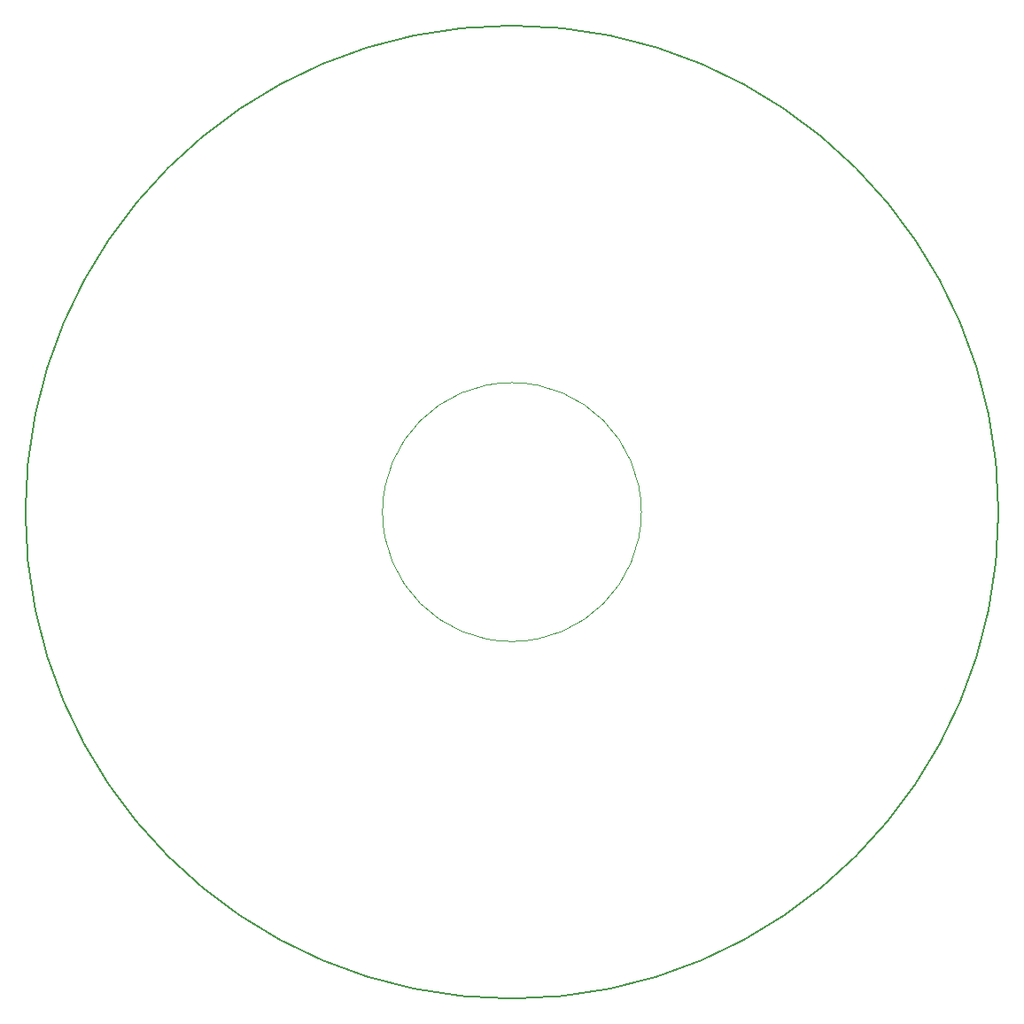
<source format=gm1>
G04 #@! TF.GenerationSoftware,KiCad,Pcbnew,(5.1.5)-3*
G04 #@! TF.CreationDate,2022-01-09T16:05:41+01:00*
G04 #@! TF.ProjectId,plateau allumage,706c6174-6561-4752-9061-6c6c756d6167,rev?*
G04 #@! TF.SameCoordinates,Original*
G04 #@! TF.FileFunction,Profile,NP*
%FSLAX46Y46*%
G04 Gerber Fmt 4.6, Leading zero omitted, Abs format (unit mm)*
G04 Created by KiCad (PCBNEW (5.1.5)-3) date 2022-01-09 16:05:41*
%MOMM*%
%LPD*%
G04 APERTURE LIST*
%ADD10C,0.050000*%
%ADD11C,0.200000*%
G04 APERTURE END LIST*
D10*
X139716332Y-101600000D02*
G75*
G03X139716332Y-101600000I-12372332J0D01*
G01*
D11*
X173844000Y-101600000D02*
G75*
G03X173844000Y-101600000I-46500000J0D01*
G01*
M02*

</source>
